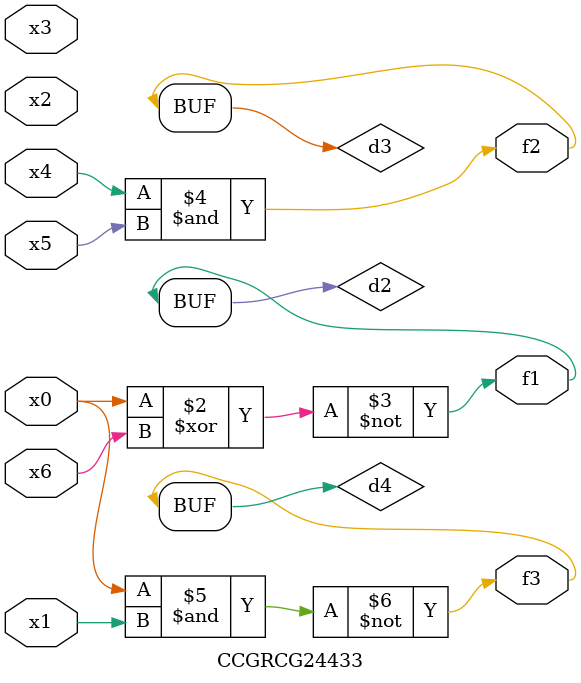
<source format=v>
module CCGRCG24433(
	input x0, x1, x2, x3, x4, x5, x6,
	output f1, f2, f3
);

	wire d1, d2, d3, d4;

	nor (d1, x0);
	xnor (d2, x0, x6);
	and (d3, x4, x5);
	nand (d4, x0, x1);
	assign f1 = d2;
	assign f2 = d3;
	assign f3 = d4;
endmodule

</source>
